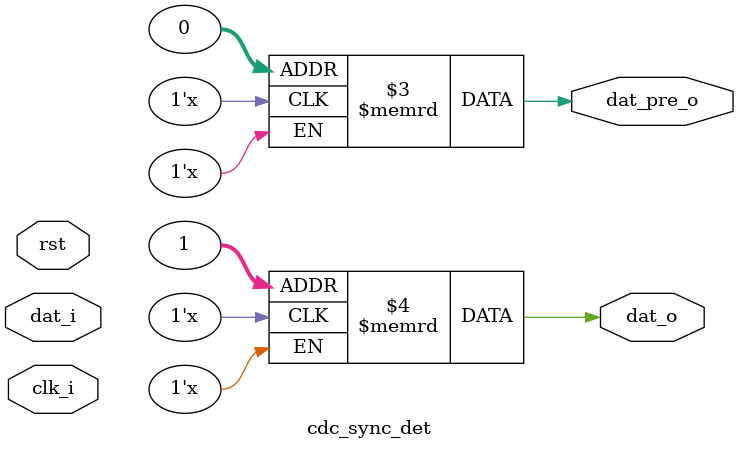
<source format=sv>

`ifndef INC_CDC_SYNC_SV
`define INC_CDC_SYNC_SV

`include "register.sv"

module cdc_sync #(
    parameter int STAGE      = 2,
    parameter int DATA_WIDTH = 1
) (
    input  logic                  clk_i,
    input  logic                  rst,
    input  logic [DATA_WIDTH-1:0] dat_i,
    output logic [DATA_WIDTH-1:0] dat_o
);

  logic [DATA_WIDTH-1:0] s_sync_dat[0:STAGE-1];
  for (genvar i = 0; i < STAGE; i++) begin
    if (i == 0) begin
      dffr #(DATA_WIDTH) u_sync_dffr (
          clk_i,
          rst,
          dat_i,
          s_sync_dat[0]
      );
    end else begin
      dffr #(DATA_WIDTH) u_sync_dffr (
          clk_i,
          rst,
          s_sync_dat[i-1],
          s_sync_dat[i]
      );
    end
  end

  assign dat_o     = s_sync_dat[STAGE-1];
endmodule

module cdc_sync_det #(
    parameter int STAGE      = 2,
    parameter int DATA_WIDTH = 1
) (
    input  logic                  clk_i,
    input  logic                  rst,
    input  logic [DATA_WIDTH-1:0] dat_i,
    output logic [DATA_WIDTH-1:0] dat_pre_o,
    output logic [DATA_WIDTH-1:0] dat_o
);

  logic [DATA_WIDTH-1:0] s_sync_dat[0:STAGE-1];
  for (genvar i = 0; i < STAGE; i++) begin
    if (i == 0) begin
      dffr #(DATA_WIDTH) u_sync_dffr (
          clk_i,
          rst,
          dat_i,
          s_sync_dat[0]
      );
    end else begin
      dffr #(DATA_WIDTH) u_sync_dffr (
          clk_i,
          rst,
          s_sync_dat[i-1],
          s_sync_dat[i]
      );
    end
  end

  assign dat_pre_o = s_sync_dat[STAGE-2];
  assign dat_o     = s_sync_dat[STAGE-1];
endmodule
`endif

</source>
